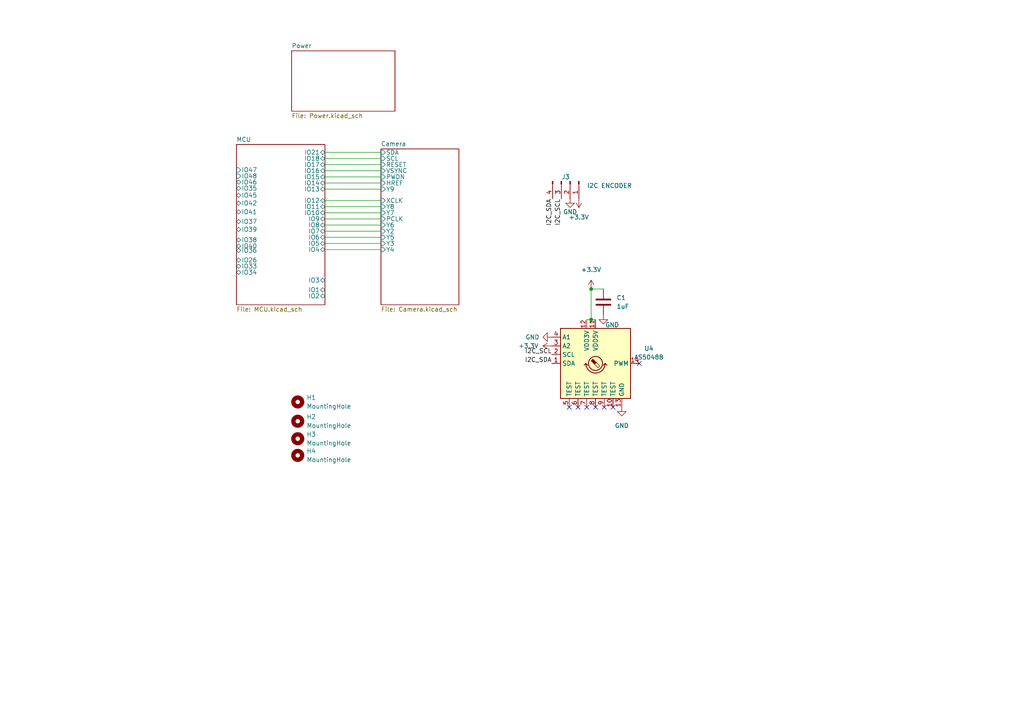
<source format=kicad_sch>
(kicad_sch (version 20211123) (generator eeschema)
  (paper "A4")
  (lib_symbols
    (symbol "Connector:Conn_01x04_Male" (pin_names (offset 1.016) hide)
      (property "Reference" "J" (at 0 5.08 0))
      (property "Value" "Conn_01x04_Male" (at 0 -7.62 0))
      (symbol "Conn_01x04_Male_1_1"
        (polyline (pts (xy 1.27 -5.08) (xy 0.8636 -5.08)) (stroke (width 0.1524)))
        (polyline (pts (xy 1.27 -2.54) (xy 0.8636 -2.54)) (stroke (width 0.1524)))
        (polyline (pts (xy 1.27 0) (xy 0.8636 0)) (stroke (width 0.1524)))
        (polyline (pts (xy 1.27 2.54) (xy 0.8636 2.54)) (stroke (width 0.1524)))
        (rectangle (start 0.8636 -4.953) (end 0 -5.207) (stroke (width 0.1524)) (fill (type outline)))
        (rectangle (start 0.8636 -2.413) (end 0 -2.667) (stroke (width 0.1524)) (fill (type outline)))
        (rectangle (start 0.8636 0.127) (end 0 -0.127) (stroke (width 0.1524)) (fill (type outline)))
        (rectangle (start 0.8636 2.667) (end 0 2.413) (stroke (width 0.1524)) (fill (type outline)))
        (pin passive line (at 5.08 2.54 180) (length 3.81) (name "Pin_1") (number "1"))
        (pin passive line (at 5.08 0 180) (length 3.81) (name "Pin_2") (number "2"))
        (pin passive line (at 5.08 -2.54 180) (length 3.81) (name "Pin_3") (number "3"))
        (pin passive line (at 5.08 -5.08 180) (length 3.81) (name "Pin_4") (number "4"))
      )
    )
    (symbol "Device:C" (pin_numbers hide) (pin_names (offset 0.254))
      (property "Reference" "C" (at 0.635 2.54 0))
      (property "Value" "C" (at 0.635 -2.54 0))
      (symbol "C_0_1"
        (polyline (pts (xy -2.032 -0.762) (xy 2.032 -0.762)) (stroke (width 0.508)))
        (polyline (pts (xy -2.032 0.762) (xy 2.032 0.762)) (stroke (width 0.508)))
      )
      (symbol "C_1_1"
        (pin passive line (at 0 3.81 270) (length 2.794) (name "~") (number "1"))
        (pin passive line (at 0 -3.81 90) (length 2.794) (name "~") (number "2"))
      )
    )
    (symbol "Mechanical:MountingHole" (pin_names (offset 1.016))
      (property "Reference" "H" (at 0 5.08 0))
      (property "Value" "MountingHole" (at 0 3.175 0))
      (symbol "MountingHole_0_1"
        (circle (center 0 0) (radius 1.27) (stroke (width 1.27)))
      )
    )
    (symbol "Sensor_Magnetic:AS5048B"
      (property "Reference" "U" (at -10.16 11.43 0))
      (property "Value" "AS5048B" (at 10.16 11.43 0))
      (symbol "AS5048B_0_1"
        (rectangle (start -10.16 10.16) (end 10.16 -10.16) (stroke (width 0.254)) (fill (type background)))
        (arc (start -2.794 0) (mid 0 -2.794) (end 2.794 0) (stroke (width 0.254)))
        (polyline (pts (xy -2.794 0) (xy -3.302 -0.508)) (stroke (width 0.254)))
        (polyline (pts (xy -2.794 0) (xy -2.286 -0.508)) (stroke (width 0.254)))
        (polyline (pts (xy 2.794 0) (xy 2.286 -0.508)) (stroke (width 0.254)))
        (polyline (pts (xy 2.794 0) (xy 3.302 -0.508)) (stroke (width 0.254)))
      )
      (symbol "AS5048B_1_1"
        (polyline (pts (xy 0.254 0.254) (xy 1.27 -0.762) (xy 0.762 -1.27) (xy -0.254 -0.254)))
        (polyline (pts (xy -0.762 1.27) (xy 0.254 0.254) (xy -0.254 -0.254) (xy -1.27 0.762) (xy -1.016 1.016) (xy -0.762 1.27) (xy -0.635 1.143)) (fill (type outline)))
        (circle (center 0 0) (radius 2.032) (stroke (width 0.254)))
        (pin bidirectional line (at -12.7 0 0) (length 2.54) (name "SDA") (number "1"))
        (pin passive line (at 5.08 -12.7 90) (length 2.54) (name "TEST") (number "10"))
        (pin power_in line (at 0 12.7 270) (length 2.54) (name "VDD5V") (number "11"))
        (pin power_in line (at -2.54 12.7 270) (length 2.54) (name "VDD3V") (number "12"))
        (pin power_in line (at 7.62 -12.7 90) (length 2.54) (name "GND") (number "13"))
        (pin output line (at 12.7 0 180) (length 2.54) (name "PWM") (number "14"))
        (pin input line (at -12.7 2.54 0) (length 2.54) (name "SCL") (number "2"))
        (pin input line (at -12.7 5.08 0) (length 2.54) (name "A2") (number "3"))
        (pin input line (at -12.7 7.62 0) (length 2.54) (name "A1") (number "4"))
        (pin passive line (at -7.62 -12.7 90) (length 2.54) (name "TEST") (number "5"))
        (pin passive line (at -5.08 -12.7 90) (length 2.54) (name "TEST") (number "6"))
        (pin passive line (at -2.54 -12.7 90) (length 2.54) (name "TEST") (number "7"))
        (pin passive line (at 0 -12.7 90) (length 2.54) (name "TEST") (number "8"))
        (pin passive line (at 2.54 -12.7 90) (length 2.54) (name "TEST") (number "9"))
      )
    )
    (symbol "power:+3.3V" (power) (pin_names (offset 0))
      (property "Value" "+3.3V" (at 0 3.556 0))
      (symbol "+3.3V_0_1"
        (polyline (pts (xy -0.762 1.27) (xy 0 2.54)))
        (polyline (pts (xy 0 0) (xy 0 2.54)))
        (polyline (pts (xy 0 2.54) (xy 0.762 1.27)))
      )
      (symbol "+3.3V_1_1"
        (pin power_in line (at 0 0 90) (length 0) hide (name "+3.3V") (number "1"))
      )
    )
    (symbol "power:GND" (power) (pin_names (offset 0))
      (property "Value" "GND" (at 0 -3.81 0))
      (symbol "GND_0_1"
        (polyline (pts (xy 0 0) (xy 0 -1.27) (xy 1.27 -1.27) (xy 0 -2.54) (xy -1.27 -1.27) (xy 0 -1.27)))
      )
      (symbol "GND_1_1"
        (pin power_in line (at 0 0 270) (length 0) hide (name "GND") (number "1"))
      )
    )
  )
  (junction (at 171.45 83.82))
  (junction (at 171.45 92.71))
  (no_connect (at 170.18 118.11))
  (no_connect (at 165.1 118.11))
  (no_connect (at 177.8 118.11))
  (no_connect (at 172.72 118.11))
  (no_connect (at 167.64 118.11))
  (no_connect (at 175.26 118.11))
  (no_connect (at 185.42 105.41))
  (wire (pts (xy 171.45 92.71) (xy 171.45 83.82)))
  (wire (pts (xy 94.234 70.612) (xy 110.49 70.612)))
  (wire (pts (xy 94.234 63.5) (xy 110.49 63.5)))
  (wire (pts (xy 94.234 53.086) (xy 110.49 53.086)))
  (wire (pts (xy 170.18 92.71) (xy 171.45 92.71)))
  (wire (pts (xy 94.234 47.752) (xy 110.49 47.752)))
  (wire (pts (xy 94.234 59.944) (xy 110.49 59.944)))
  (wire (pts (xy 94.234 58.166) (xy 110.49 58.166)))
  (wire (pts (xy 171.45 83.82) (xy 175.006 83.82)))
  (wire (pts (xy 94.234 49.53) (xy 110.49 49.53)))
  (wire (pts (xy 94.234 45.974) (xy 110.49 45.974)))
  (wire (pts (xy 171.45 92.71) (xy 172.72 92.71)))
  (wire (pts (xy 94.234 51.308) (xy 110.49 51.308)))
  (wire (pts (xy 94.234 61.722) (xy 110.49 61.722)))
  (wire (pts (xy 94.234 67.056) (xy 110.49 67.056)))
  (wire (pts (xy 94.234 68.834) (xy 110.49 68.834)))
  (wire (pts (xy 94.234 44.196) (xy 110.49 44.196)))
  (wire (pts (xy 94.234 54.864) (xy 110.49 54.864)))
  (wire (pts (xy 94.234 65.278) (xy 110.49 65.278)))
  (wire (pts (xy 94.234 72.39) (xy 110.49 72.39)))
  (label "I2C_SCL" (at 160.02 102.87 180))
  (label "I2C_SDA" (at 160.02 105.41 180))
  (label "I2C_SCL" (at 162.814 57.658 270))
  (label "I2C_SDA" (at 160.274 57.658 270))
  (symbol (lib_id "power:GND") (at 180.34 118.11 0) (unit 1)
    (property "Reference" "#PWR0107" (effects hide))
    (property "Value" "GND" (at 180.34 123.444 0))
  )
  (symbol (lib_id "Mechanical:MountingHole") (at 86.36 116.586 0) (unit 1)
    (property "Reference" "H1" (at 88.9 115.3159 0) (effects (justify left)))
    (property "Value" "MountingHole" (at 88.9 117.8559 0) (effects (justify left)))
    (property "Footprint" "MountingHole:MountingHole_3.2mm_M3" (effects hide))
  )
  (symbol (lib_id "Mechanical:MountingHole") (at 86.36 132.08 0) (unit 1)
    (property "Reference" "H4" (at 88.9 130.8099 0) (effects (justify left)))
    (property "Value" "MountingHole" (at 88.9 133.3499 0) (effects (justify left)))
    (property "Footprint" "MountingHole:MountingHole_3.2mm_M3" (effects hide))
  )
  (symbol (lib_id "power:+3.3V") (at 171.45 83.82 0) (unit 1)
    (property "Reference" "#PWR0113" (effects hide))
    (property "Value" "+3.3V" (at 171.45 78.232 0))
  )
  (symbol (lib_id "power:+3.3V") (at 167.894 57.658 180) (unit 1)
    (property "Reference" "#PWR0103" (effects hide))
    (property "Value" "+3.3V" (at 167.894 62.992 0))
  )
  (symbol (lib_id "power:GND") (at 175.006 91.44 0) (unit 1)
    (property "Reference" "#PWR0112" (effects hide))
    (property "Value" "GND" (at 177.546 94.234 0))
  )
  (symbol (lib_id "Connector:Conn_01x04_Male") (at 165.354 52.578 270) (unit 1)
    (property "Reference" "J3" (at 164.084 51.308 90))
    (property "Value" "I2C ENCODER" (at 176.784 53.848 90))
    (property "Footprint" "Connector_JST:JST_PH_B4B-PH-K_1x04_P2.00mm_Vertical" (effects hide))
  )
  (symbol (lib_id "Device:C") (at 175.006 87.63 0) (unit 1)
    (property "Reference" "C1" (at 178.816 86.3599 0) (effects (justify left)))
    (property "Value" "1uF" (at 178.816 88.8999 0) (effects (justify left)))
    (property "Footprint" "Capacitor_SMD:C_0402_1005Metric" (effects hide))
  )
  (symbol (lib_id "power:GND") (at 160.02 97.79 270) (unit 1)
    (property "Reference" "#PWR0105" (effects hide))
    (property "Value" "GND" (at 156.464 97.7899 90) (effects (justify right)))
  )
  (symbol (lib_id "power:+3.3V") (at 160.02 100.33 90) (unit 1)
    (property "Reference" "#PWR0106" (effects hide))
    (property "Value" "+3.3V" (at 156.21 100.3299 90) (effects (justify left)))
  )
  (symbol (lib_id "power:GND") (at 165.354 57.658 0) (unit 1)
    (property "Reference" "#PWR0104" (effects hide))
    (property "Value" "GND" (at 165.354 61.468 0))
  )
  (symbol (lib_id "Mechanical:MountingHole") (at 86.36 122.174 0) (unit 1)
    (property "Reference" "H2" (at 88.9 120.9039 0) (effects (justify left)))
    (property "Value" "MountingHole" (at 88.9 123.4439 0) (effects (justify left)))
    (property "Footprint" "MountingHole:MountingHole_3.2mm_M3" (effects hide))
  )
  (symbol (lib_id "Sensor_Magnetic:AS5048B") (at 172.72 105.41 0) (unit 1)
    (property "Reference" "U4" (at 188.214 101.0793 0))
    (property "Value" "AS5048B" (at 188.214 103.6193 0))
    (property "Footprint" "Package_SO:TSSOP-14_4.4x5mm_P0.65mm" (effects hide))
    (property "Datasheet" "https://ams.com/documents/20143/36005/AS5048_DS000298_4-00.pdf" (effects hide))
  )
  (symbol (lib_id "Mechanical:MountingHole") (at 86.36 127.254 0) (unit 1)
    (property "Reference" "H3" (at 88.9 125.9839 0) (effects (justify left)))
    (property "Value" "MountingHole" (at 88.9 128.5239 0) (effects (justify left)))
    (property "Footprint" "MountingHole:MountingHole_3.2mm_M3" (effects hide))
  )
  (sheet (at 110.49 43.18) (size 22.606 45.212) (stroke (width 0.1524))
    (property "Sheet name" "Camera" (at 110.49 42.4684 0) (effects (justify left bottom)))
    (property "Sheet file" "Camera.kicad_sch" (at 110.49 88.9766 0) (effects (justify left top)))
    (pin "SDA" input (at 110.49 44.196 180))
    (pin "PCLK" input (at 110.49 63.5 180))
    (pin "Y6" input (at 110.49 65.278 180))
    (pin "Y2" input (at 110.49 67.056 180))
    (pin "Y5" input (at 110.49 68.834 180))
    (pin "Y3" input (at 110.49 70.612 180))
    (pin "Y4" input (at 110.49 72.39 180))
    (pin "SCL" input (at 110.49 45.974 180))
    (pin "RESET" input (at 110.49 47.752 180))
    (pin "VSYNC" input (at 110.49 49.53 180))
    (pin "PWDN" input (at 110.49 51.308 180))
    (pin "HREF" input (at 110.49 53.086 180))
    (pin "Y9" input (at 110.49 54.864 180))
    (pin "XCLK" input (at 110.49 58.166 180))
    (pin "Y8" input (at 110.49 59.944 180))
    (pin "Y7" input (at 110.49 61.722 180))
  )
  (sheet (at 84.582 14.732) (size 29.972 17.526) (stroke (width 0.1524))
    (property "Sheet name" "Power" (at 84.582 14.0204 0) (effects (justify left bottom)))
    (property "Sheet file" "Power.kicad_sch" (at 84.582 32.8426 0) (effects (justify left top)))
  )
  (sheet (at 68.58 41.91) (size 25.654 46.482) (stroke (width 0.1524))
    (property "Sheet name" "MCU" (at 68.58 41.1984 0) (effects (justify left bottom)))
    (property "Sheet file" "MCU.kicad_sch" (at 68.58 88.9766 0) (effects (justify left top)))
    (pin "IO12" bidirectional (at 94.234 58.166 0))
    (pin "IO13" bidirectional (at 94.234 54.864 0))
    (pin "IO4" bidirectional (at 94.234 72.39 0))
    (pin "IO5" bidirectional (at 94.234 70.612 0))
    (pin "IO6" bidirectional (at 94.234 68.834 0))
    (pin "IO7" bidirectional (at 94.234 67.056 0))
    (pin "IO8" bidirectional (at 94.234 65.278 0))
    (pin "IO9" bidirectional (at 94.234 63.5 0))
    (pin "IO10" bidirectional (at 94.234 61.722 0))
    (pin "IO11" bidirectional (at 94.234 59.944 0))
    (pin "IO17" bidirectional (at 94.234 47.752 0))
    (pin "IO18" bidirectional (at 94.234 45.974 0))
    (pin "IO1" bidirectional (at 94.234 84.074 0))
    (pin "IO2" bidirectional (at 94.234 85.852 0))
    (pin "IO3" bidirectional (at 94.234 81.28 0))
    (pin "IO16" bidirectional (at 94.234 49.53 0))
    (pin "IO15" bidirectional (at 94.234 51.308 0))
    (pin "IO14" bidirectional (at 94.234 53.086 0))
    (pin "IO21" bidirectional (at 94.234 44.196 0))
    (pin "IO47" input (at 68.58 49.276 180))
    (pin "IO48" input (at 68.58 51.054 180))
    (pin "IO46" bidirectional (at 68.58 52.832 180))
    (pin "IO35" bidirectional (at 68.58 54.61 180))
    (pin "IO45" bidirectional (at 68.58 56.642 180))
    (pin "IO42" bidirectional (at 68.58 58.928 180))
    (pin "IO41" bidirectional (at 68.58 61.468 180))
    (pin "IO37" bidirectional (at 68.58 64.262 180))
    (pin "IO39" bidirectional (at 68.58 66.548 180))
    (pin "IO38" bidirectional (at 68.58 69.596 180))
    (pin "IO40" bidirectional (at 68.58 71.374 180))
    (pin "IO36" bidirectional (at 68.58 72.644 180))
    (pin "IO26" bidirectional (at 68.58 75.438 180))
    (pin "IO33" bidirectional (at 68.58 77.216 180))
    (pin "IO34" bidirectional (at 68.58 78.994 180))
  )
)
</source>
